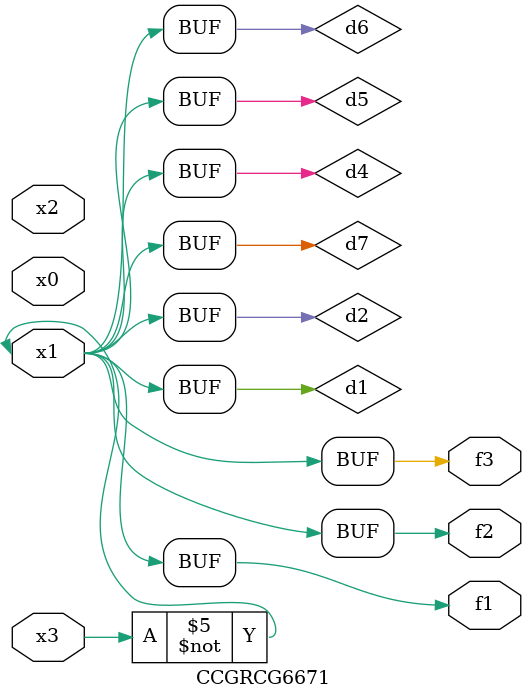
<source format=v>
module CCGRCG6671(
	input x0, x1, x2, x3,
	output f1, f2, f3
);

	wire d1, d2, d3, d4, d5, d6, d7;

	not (d1, x3);
	buf (d2, x1);
	xnor (d3, d1, d2);
	nor (d4, d1);
	buf (d5, d1, d2);
	buf (d6, d4, d5);
	nand (d7, d4);
	assign f1 = d6;
	assign f2 = d7;
	assign f3 = d6;
endmodule

</source>
